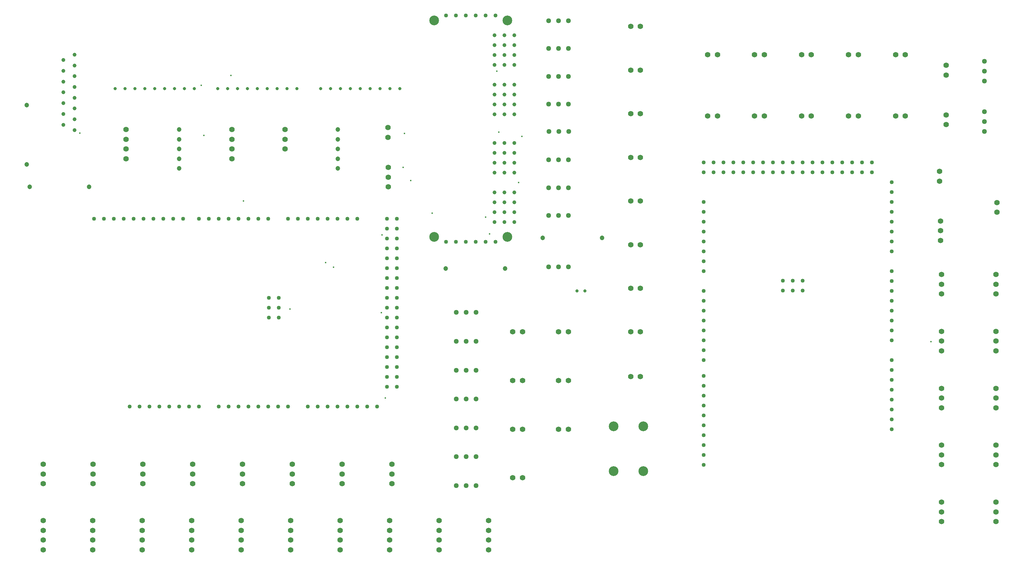
<source format=gbr>
%TF.GenerationSoftware,KiCad,Pcbnew,(6.0.7)*%
%TF.CreationDate,2022-09-16T11:30:18+01:00*%
%TF.ProjectId,SCU rig control,53435520-7269-4672-9063-6f6e74726f6c,rev?*%
%TF.SameCoordinates,Original*%
%TF.FileFunction,Plated,1,2,PTH,Drill*%
%TF.FilePolarity,Positive*%
%FSLAX46Y46*%
G04 Gerber Fmt 4.6, Leading zero omitted, Abs format (unit mm)*
G04 Created by KiCad (PCBNEW (6.0.7)) date 2022-09-16 11:30:18*
%MOMM*%
%LPD*%
G01*
G04 APERTURE LIST*
%TA.AperFunction,ViaDrill*%
%ADD10C,0.400000*%
%TD*%
%TA.AperFunction,ComponentDrill*%
%ADD11C,0.800000*%
%TD*%
%TA.AperFunction,ComponentDrill*%
%ADD12C,1.000000*%
%TD*%
%TA.AperFunction,ComponentDrill*%
%ADD13C,1.016000*%
%TD*%
%TA.AperFunction,ComponentDrill*%
%ADD14C,1.200000*%
%TD*%
%TA.AperFunction,ComponentDrill*%
%ADD15C,1.280000*%
%TD*%
%TA.AperFunction,ComponentDrill*%
%ADD16C,1.400000*%
%TD*%
%TA.AperFunction,ComponentDrill*%
%ADD17C,2.499360*%
%TD*%
%TA.AperFunction,ComponentDrill*%
%ADD18C,2.500000*%
%TD*%
G04 APERTURE END LIST*
D10*
X34631200Y-47936000D03*
X65797100Y-35653900D03*
X66428600Y-48462900D03*
X73413100Y-33103100D03*
X76650000Y-65353500D03*
X88536100Y-93087900D03*
X97723200Y-81205100D03*
X99744900Y-82367300D03*
X111995800Y-94018600D03*
X112171400Y-74098000D03*
X113044800Y-115981100D03*
X117628200Y-56703300D03*
X117912000Y-47985800D03*
X119558300Y-60090200D03*
X125088700Y-68467600D03*
X138810000Y-69542300D03*
X139766700Y-73798200D03*
X141626600Y-32008100D03*
X142196500Y-47668000D03*
X147242700Y-60593800D03*
X148088800Y-48793600D03*
X253052000Y-101497600D03*
D11*
%TO.C,J3*%
X43655000Y-36460000D03*
X46195000Y-36460000D03*
X48735000Y-36460000D03*
X51275000Y-36460000D03*
X53815000Y-36460000D03*
X56355000Y-36460000D03*
X58895000Y-36460000D03*
X61435000Y-36460000D03*
X63975000Y-36460000D03*
%TO.C,J2*%
X70030000Y-36460000D03*
X72570000Y-36460000D03*
X75110000Y-36460000D03*
X77650000Y-36460000D03*
X80190000Y-36460000D03*
X82730000Y-36460000D03*
X85270000Y-36460000D03*
X87810000Y-36460000D03*
X90350000Y-36460000D03*
%TO.C,J1*%
X96405000Y-36460000D03*
X98945000Y-36460000D03*
X101485000Y-36460000D03*
X104025000Y-36460000D03*
X106565000Y-36460000D03*
X109105000Y-36460000D03*
X111645000Y-36460000D03*
X114185000Y-36460000D03*
X116725000Y-36460000D03*
%TO.C,C1*%
X162250000Y-88500000D03*
X164250000Y-88500000D03*
D12*
%TO.C,J30*%
X30410000Y-29135000D03*
X30410000Y-31905000D03*
X30410000Y-34675000D03*
X30410000Y-37445000D03*
X30410000Y-40215000D03*
X30410000Y-42985000D03*
X30410000Y-45755000D03*
X33250000Y-27750000D03*
X33250000Y-30520000D03*
X33250000Y-33290000D03*
X33250000Y-36060000D03*
X33250000Y-38830000D03*
X33250000Y-41600000D03*
X33250000Y-44370000D03*
X33250000Y-47140000D03*
%TO.C,U1*%
X141096000Y-22747000D03*
X141096000Y-25287000D03*
X141096000Y-27827000D03*
X141096000Y-30367000D03*
X141096000Y-35447000D03*
X141096000Y-37987000D03*
X141096000Y-40527000D03*
X141096000Y-43067000D03*
X141096000Y-50433000D03*
X141096000Y-52973000D03*
X141096000Y-55513000D03*
X141096000Y-58053000D03*
X141096000Y-63133000D03*
X141096000Y-65673000D03*
X141096000Y-68213000D03*
X141096000Y-70753000D03*
X143636000Y-22747000D03*
X143636000Y-25287000D03*
X143636000Y-27827000D03*
X143636000Y-30367000D03*
X143636000Y-35447000D03*
X143636000Y-37987000D03*
X143636000Y-40527000D03*
X143636000Y-43067000D03*
X143636000Y-50433000D03*
X143636000Y-52973000D03*
X143636000Y-55513000D03*
X143636000Y-58053000D03*
X143636000Y-63133000D03*
X143636000Y-65673000D03*
X143636000Y-68213000D03*
X143636000Y-70753000D03*
X146176000Y-22747000D03*
X146176000Y-25287000D03*
X146176000Y-27827000D03*
X146176000Y-30367000D03*
X146176000Y-35447000D03*
X146176000Y-37987000D03*
X146176000Y-40527000D03*
X146176000Y-43067000D03*
X146176000Y-50433000D03*
X146176000Y-52973000D03*
X146176000Y-55513000D03*
X146176000Y-58053000D03*
X146176000Y-63133000D03*
X146176000Y-65673000D03*
X146176000Y-68213000D03*
X146176000Y-70753000D03*
D13*
%TO.C,Process_MCU1*%
X38296000Y-69950000D03*
X40836000Y-69950000D03*
X43376000Y-69950000D03*
X45916000Y-69950000D03*
X47440000Y-118210000D03*
X48456000Y-69950000D03*
X49980000Y-118210000D03*
X50996000Y-69950000D03*
X52520000Y-118210000D03*
X53536000Y-69950000D03*
X55060000Y-118210000D03*
X56076000Y-69950000D03*
X57600000Y-118210000D03*
X58616000Y-69950000D03*
X60140000Y-118210000D03*
X61156000Y-69950000D03*
X62680000Y-118210000D03*
X65220000Y-69950000D03*
X65220000Y-118210000D03*
X67760000Y-69950000D03*
X70300000Y-69950000D03*
X70300000Y-118210000D03*
X72840000Y-69950000D03*
X72840000Y-118210000D03*
X75380000Y-69950000D03*
X75380000Y-118210000D03*
X77920000Y-69950000D03*
X77920000Y-118210000D03*
X80460000Y-69950000D03*
X80460000Y-118210000D03*
X83000000Y-69950000D03*
X83000000Y-118210000D03*
X83127000Y-90270000D03*
X83127000Y-92810000D03*
X83127000Y-95350000D03*
X85540000Y-118210000D03*
X85667000Y-90270000D03*
X85667000Y-92810000D03*
X85667000Y-95350000D03*
X88080000Y-69950000D03*
X88080000Y-118210000D03*
X90620000Y-69950000D03*
X93160000Y-69950000D03*
X93160000Y-118210000D03*
X95700000Y-69950000D03*
X95700000Y-118210000D03*
X98240000Y-69950000D03*
X98240000Y-118210000D03*
X100780000Y-69950000D03*
X100780000Y-118210000D03*
X103320000Y-69950000D03*
X103320000Y-118210000D03*
X105860000Y-69950000D03*
X105860000Y-118210000D03*
X108400000Y-118210000D03*
X110940000Y-118210000D03*
X113480000Y-69950000D03*
X113480000Y-72490000D03*
X113480000Y-75030000D03*
X113480000Y-77570000D03*
X113480000Y-80110000D03*
X113480000Y-82650000D03*
X113480000Y-85190000D03*
X113480000Y-87730000D03*
X113480000Y-90270000D03*
X113480000Y-92810000D03*
X113480000Y-95350000D03*
X113480000Y-97890000D03*
X113480000Y-100430000D03*
X113480000Y-102970000D03*
X113480000Y-105510000D03*
X113480000Y-108050000D03*
X113480000Y-110590000D03*
X113480000Y-113130000D03*
X116020000Y-69950000D03*
X116020000Y-72490000D03*
X116020000Y-75030000D03*
X116020000Y-77570000D03*
X116020000Y-80110000D03*
X116020000Y-82650000D03*
X116020000Y-85190000D03*
X116020000Y-87730000D03*
X116020000Y-90270000D03*
X116020000Y-92810000D03*
X116020000Y-95350000D03*
X116020000Y-97890000D03*
X116020000Y-100430000D03*
X116020000Y-102970000D03*
X116020000Y-105510000D03*
X116020000Y-108050000D03*
X116020000Y-110590000D03*
X116020000Y-113130000D03*
%TO.C,U1*%
X128650000Y-17667000D03*
X128650000Y-75833000D03*
X131190000Y-17667000D03*
X131190000Y-75833000D03*
X133730000Y-17667000D03*
X133730000Y-75833000D03*
X136270000Y-17667000D03*
X136270000Y-75833000D03*
X138810000Y-17667000D03*
X138810000Y-75833000D03*
X141350000Y-17667000D03*
X141350000Y-75833000D03*
%TO.C,XA1*%
X194700000Y-55480000D03*
X194700000Y-58020000D03*
X194700000Y-65640000D03*
X194700000Y-68180000D03*
X194700000Y-70720000D03*
X194700000Y-73260000D03*
X194700000Y-75800000D03*
X194700000Y-78340000D03*
X194700000Y-80880000D03*
X194700000Y-83420000D03*
X194700000Y-88500000D03*
X194700000Y-91040000D03*
X194700000Y-93580000D03*
X194700000Y-96120000D03*
X194700000Y-98660000D03*
X194700000Y-101200000D03*
X194700000Y-103740000D03*
X194700000Y-106280000D03*
X194700000Y-110344000D03*
X194700000Y-112884000D03*
X194700000Y-115424000D03*
X194700000Y-117964000D03*
X194700000Y-120504000D03*
X194700000Y-123044000D03*
X194700000Y-125584000D03*
X194700000Y-128124000D03*
X194700000Y-130664000D03*
X194700000Y-133204000D03*
X197240000Y-55480000D03*
X197240000Y-58020000D03*
X199780000Y-55480000D03*
X199780000Y-58020000D03*
X202320000Y-55480000D03*
X202320000Y-58020000D03*
X204860000Y-55480000D03*
X204860000Y-58020000D03*
X207400000Y-55480000D03*
X207400000Y-58020000D03*
X209940000Y-55480000D03*
X209940000Y-58020000D03*
X212480000Y-55480000D03*
X212480000Y-58020000D03*
X215020000Y-55480000D03*
X215020000Y-58020000D03*
X215020000Y-85833000D03*
X215020000Y-88373000D03*
X217560000Y-55480000D03*
X217560000Y-58020000D03*
X217560000Y-85833000D03*
X217560000Y-88373000D03*
X220100000Y-55480000D03*
X220100000Y-58020000D03*
X220100000Y-85833000D03*
X220100000Y-88373000D03*
X222640000Y-55480000D03*
X222640000Y-58020000D03*
X225180000Y-55480000D03*
X225180000Y-58020000D03*
X227720000Y-55480000D03*
X227720000Y-58020000D03*
X230260000Y-55480000D03*
X230260000Y-58020000D03*
X232800000Y-55480000D03*
X232800000Y-58020000D03*
X235340000Y-55480000D03*
X235340000Y-58020000D03*
X237880000Y-55480000D03*
X237880000Y-58020000D03*
X242960000Y-60560000D03*
X242960000Y-63100000D03*
X242960000Y-65640000D03*
X242960000Y-68180000D03*
X242960000Y-70720000D03*
X242960000Y-73260000D03*
X242960000Y-75800000D03*
X242960000Y-78340000D03*
X242960000Y-83420000D03*
X242960000Y-85960000D03*
X242960000Y-88500000D03*
X242960000Y-91040000D03*
X242960000Y-93580000D03*
X242960000Y-96120000D03*
X242960000Y-98660000D03*
X242960000Y-101200000D03*
X242960000Y-106280000D03*
X242960000Y-108820000D03*
X242960000Y-111360000D03*
X242960000Y-113900000D03*
X242960000Y-116440000D03*
X242960000Y-118980000D03*
X242960000Y-121520000D03*
X242960000Y-124060000D03*
D14*
%TO.C,R2*%
X21000000Y-40750000D03*
X21000000Y-55990000D03*
%TO.C,R1*%
X21750000Y-61750000D03*
X36990000Y-61750000D03*
%TO.C,J26*%
X60075000Y-47000000D03*
X60075000Y-49500000D03*
X60075000Y-52000000D03*
X60075000Y-54500000D03*
X60075000Y-57000000D03*
%TO.C,J27*%
X100875000Y-47000000D03*
X100875000Y-49500000D03*
X100875000Y-52000000D03*
X100875000Y-54500000D03*
X100875000Y-57000000D03*
%TO.C,R4*%
X128510000Y-82750000D03*
X143750000Y-82750000D03*
%TO.C,R3*%
X153390000Y-74858300D03*
X168630000Y-74858300D03*
D15*
%TO.C,Q2*%
X131250000Y-94000000D03*
%TO.C,Q4*%
X131250000Y-101417000D03*
%TO.C,Q7*%
X131250000Y-108833000D03*
%TO.C,Q1*%
X131250000Y-116250000D03*
%TO.C,Q8*%
X131250000Y-123667000D03*
%TO.C,Q6*%
X131250000Y-131083000D03*
%TO.C,Q5*%
X131250000Y-138500000D03*
%TO.C,Q2*%
X133790000Y-94000000D03*
%TO.C,Q4*%
X133790000Y-101417000D03*
%TO.C,Q7*%
X133790000Y-108833000D03*
%TO.C,Q1*%
X133790000Y-116250000D03*
%TO.C,Q8*%
X133790000Y-123667000D03*
%TO.C,Q6*%
X133790000Y-131083000D03*
%TO.C,Q5*%
X133790000Y-138500000D03*
%TO.C,Q2*%
X136330000Y-94000000D03*
%TO.C,Q4*%
X136330000Y-101417000D03*
%TO.C,Q7*%
X136330000Y-108833000D03*
%TO.C,Q1*%
X136330000Y-116250000D03*
%TO.C,Q8*%
X136330000Y-123667000D03*
%TO.C,Q6*%
X136330000Y-131083000D03*
%TO.C,Q5*%
X136330000Y-138500000D03*
%TO.C,Q9*%
X154920000Y-19000000D03*
%TO.C,Q12*%
X154920000Y-26156700D03*
%TO.C,Q15*%
X154920000Y-33313300D03*
%TO.C,Q10*%
X154920000Y-40470000D03*
%TO.C,Q16*%
X154920000Y-54783300D03*
%TO.C,Q11*%
X154920000Y-61940000D03*
%TO.C,Q3*%
X154920000Y-69096700D03*
%TO.C,Q14*%
X154920000Y-82320000D03*
%TO.C,Q13*%
X155000000Y-47500000D03*
%TO.C,Q9*%
X157460000Y-19000000D03*
%TO.C,Q12*%
X157460000Y-26156700D03*
%TO.C,Q15*%
X157460000Y-33313300D03*
%TO.C,Q10*%
X157460000Y-40470000D03*
%TO.C,Q16*%
X157460000Y-54783300D03*
%TO.C,Q11*%
X157460000Y-61940000D03*
%TO.C,Q3*%
X157460000Y-69096700D03*
%TO.C,Q14*%
X157460000Y-82320000D03*
%TO.C,Q13*%
X157540000Y-47500000D03*
%TO.C,Q9*%
X160000000Y-19000000D03*
%TO.C,Q12*%
X160000000Y-26156700D03*
%TO.C,Q15*%
X160000000Y-33313300D03*
%TO.C,Q10*%
X160000000Y-40470000D03*
%TO.C,Q16*%
X160000000Y-54783300D03*
%TO.C,Q11*%
X160000000Y-61940000D03*
%TO.C,Q3*%
X160000000Y-69096700D03*
%TO.C,Q14*%
X160000000Y-82320000D03*
%TO.C,Q13*%
X160080000Y-47500000D03*
%TO.C,Q17*%
X266750000Y-29420000D03*
X266750000Y-31960000D03*
X266750000Y-34500000D03*
%TO.C,Q18*%
X266750000Y-42420000D03*
X266750000Y-44960000D03*
X266750000Y-47500000D03*
D16*
%TO.C,J10*%
X25250000Y-133000000D03*
X25250000Y-135500000D03*
X25250000Y-138000000D03*
%TO.C,J5*%
X25250000Y-147500000D03*
X25250000Y-150000000D03*
X25250000Y-152500000D03*
X25250000Y-155000000D03*
%TO.C,J17*%
X37944400Y-147500000D03*
X37944400Y-150000000D03*
X37944400Y-152500000D03*
X37944400Y-155000000D03*
%TO.C,J22*%
X38035700Y-133000000D03*
X38035700Y-135500000D03*
X38035700Y-138000000D03*
%TO.C,J4*%
X46500000Y-47000000D03*
X46500000Y-49500000D03*
X46500000Y-52000000D03*
X46500000Y-54500000D03*
%TO.C,J6*%
X50638900Y-147500000D03*
X50638900Y-150000000D03*
X50638900Y-152500000D03*
X50638900Y-155000000D03*
%TO.C,J11*%
X50821400Y-133000000D03*
X50821400Y-135500000D03*
X50821400Y-138000000D03*
%TO.C,J18*%
X63333300Y-147500000D03*
X63333300Y-150000000D03*
X63333300Y-152500000D03*
X63333300Y-155000000D03*
%TO.C,J23*%
X63607100Y-133000000D03*
X63607100Y-135500000D03*
X63607100Y-138000000D03*
%TO.C,J29*%
X73700000Y-47000000D03*
X73700000Y-49500000D03*
X73700000Y-52000000D03*
X73700000Y-54500000D03*
%TO.C,J7*%
X76027800Y-147500000D03*
X76027800Y-150000000D03*
X76027800Y-152500000D03*
X76027800Y-155000000D03*
%TO.C,J12*%
X76392900Y-133000000D03*
X76392900Y-135500000D03*
X76392900Y-138000000D03*
%TO.C,J28*%
X87300000Y-47000000D03*
X87300000Y-49500000D03*
X87300000Y-52000000D03*
%TO.C,J19*%
X88722200Y-147500000D03*
X88722200Y-150000000D03*
X88722200Y-152500000D03*
X88722200Y-155000000D03*
%TO.C,J24*%
X89178600Y-133000000D03*
X89178600Y-135500000D03*
X89178600Y-138000000D03*
%TO.C,J8*%
X101417000Y-147500000D03*
X101417000Y-150000000D03*
X101417000Y-152500000D03*
X101417000Y-155000000D03*
%TO.C,J13*%
X101964000Y-133000000D03*
X101964000Y-135500000D03*
X101964000Y-138000000D03*
%TO.C,J14*%
X113750000Y-46500000D03*
X113750000Y-49000000D03*
%TO.C,J72*%
X113825000Y-56725000D03*
X113825000Y-59225000D03*
X113825000Y-61725000D03*
%TO.C,J20*%
X114111000Y-147500000D03*
X114111000Y-150000000D03*
X114111000Y-152500000D03*
X114111000Y-155000000D03*
%TO.C,J25*%
X114750000Y-133000000D03*
X114750000Y-135500000D03*
X114750000Y-138000000D03*
%TO.C,J9*%
X126806000Y-147500000D03*
X126806000Y-150000000D03*
X126806000Y-152500000D03*
X126806000Y-155000000D03*
%TO.C,J21*%
X139500000Y-147500000D03*
X139500000Y-150000000D03*
X139500000Y-152500000D03*
X139500000Y-155000000D03*
%TO.C,J32*%
X145750000Y-99000000D03*
%TO.C,J31*%
X145750000Y-111500000D03*
%TO.C,J36*%
X145750000Y-124000000D03*
%TO.C,J35*%
X145750000Y-136500000D03*
%TO.C,J32*%
X148250000Y-99000000D03*
%TO.C,J31*%
X148250000Y-111500000D03*
%TO.C,J36*%
X148250000Y-124000000D03*
%TO.C,J35*%
X148250000Y-136500000D03*
%TO.C,J34*%
X157500000Y-99000000D03*
%TO.C,J37*%
X157500000Y-111500000D03*
%TO.C,J38*%
X157500000Y-124000000D03*
%TO.C,J34*%
X160000000Y-99000000D03*
%TO.C,J37*%
X160000000Y-111500000D03*
%TO.C,J38*%
X160000000Y-124000000D03*
%TO.C,J39*%
X176000000Y-20500000D03*
%TO.C,J42*%
X176000000Y-31714800D03*
%TO.C,J45*%
X176000000Y-42929700D03*
%TO.C,J40*%
X176000000Y-54144500D03*
%TO.C,J43*%
X176000000Y-65359400D03*
%TO.C,J46*%
X176000000Y-76574200D03*
%TO.C,J41*%
X176000000Y-87789100D03*
%TO.C,J33*%
X176000000Y-99003900D03*
%TO.C,J44*%
X176000000Y-110500000D03*
%TO.C,J39*%
X178500000Y-20500000D03*
%TO.C,J42*%
X178500000Y-31714800D03*
%TO.C,J45*%
X178500000Y-42929700D03*
%TO.C,J40*%
X178500000Y-54144500D03*
%TO.C,J43*%
X178500000Y-65359400D03*
%TO.C,J46*%
X178500000Y-76574200D03*
%TO.C,J41*%
X178500000Y-87789100D03*
%TO.C,J33*%
X178500000Y-99003900D03*
%TO.C,J44*%
X178500000Y-110500000D03*
%TO.C,J61*%
X195750000Y-27750000D03*
%TO.C,J60*%
X195750000Y-43500000D03*
%TO.C,J61*%
X198250000Y-27750000D03*
%TO.C,J60*%
X198250000Y-43500000D03*
%TO.C,J59*%
X207812500Y-27750000D03*
%TO.C,J58*%
X207812500Y-43500000D03*
%TO.C,J59*%
X210312500Y-27750000D03*
%TO.C,J58*%
X210312500Y-43500000D03*
%TO.C,J57*%
X219875000Y-27750000D03*
%TO.C,J56*%
X219875000Y-43500000D03*
%TO.C,J57*%
X222375000Y-27750000D03*
%TO.C,J56*%
X222375000Y-43500000D03*
%TO.C,J55*%
X231937500Y-27750000D03*
%TO.C,J54*%
X231937500Y-43500000D03*
%TO.C,J55*%
X234437500Y-27750000D03*
%TO.C,J54*%
X234437500Y-43500000D03*
%TO.C,J53*%
X244000000Y-27750000D03*
%TO.C,J52*%
X244000000Y-43500000D03*
%TO.C,J53*%
X246500000Y-27750000D03*
%TO.C,J52*%
X246500000Y-43500000D03*
%TO.C,J70*%
X255250000Y-57750000D03*
X255250000Y-60250000D03*
%TO.C,J67*%
X255500000Y-70500000D03*
X255500000Y-73000000D03*
X255500000Y-75500000D03*
%TO.C,J51*%
X255750000Y-84250000D03*
X255750000Y-86750000D03*
X255750000Y-89250000D03*
%TO.C,J50*%
X255750000Y-98875000D03*
X255750000Y-101375000D03*
X255750000Y-103875000D03*
%TO.C,J49*%
X255750000Y-113500000D03*
X255750000Y-116000000D03*
X255750000Y-118500000D03*
%TO.C,J48*%
X255750000Y-128125000D03*
X255750000Y-130625000D03*
X255750000Y-133125000D03*
%TO.C,J47*%
X255750000Y-142750000D03*
X255750000Y-145250000D03*
X255750000Y-147750000D03*
%TO.C,J69*%
X256960000Y-43225000D03*
X256960000Y-45725000D03*
%TO.C,J68*%
X257000000Y-30500000D03*
X257000000Y-33000000D03*
%TO.C,J66*%
X269750000Y-84250000D03*
X269750000Y-86750000D03*
X269750000Y-89250000D03*
%TO.C,J65*%
X269750000Y-98875000D03*
X269750000Y-101375000D03*
X269750000Y-103875000D03*
%TO.C,J64*%
X269750000Y-113500000D03*
X269750000Y-116000000D03*
X269750000Y-118500000D03*
%TO.C,J63*%
X269750000Y-128125000D03*
X269750000Y-130625000D03*
X269750000Y-133125000D03*
%TO.C,J62*%
X269750000Y-142750000D03*
X269750000Y-145250000D03*
X269750000Y-147750000D03*
%TO.C,J71*%
X270000000Y-65750000D03*
X270000000Y-68250000D03*
D17*
%TO.C,J16*%
X171630000Y-123250000D03*
%TO.C,J15*%
X171630000Y-134750000D03*
%TO.C,J16*%
X179250000Y-123250000D03*
%TO.C,J15*%
X179250000Y-134750000D03*
D18*
%TO.C,U1*%
X125602000Y-18937000D03*
X125602000Y-74563000D03*
X144398000Y-18937000D03*
X144398000Y-74563000D03*
M02*

</source>
